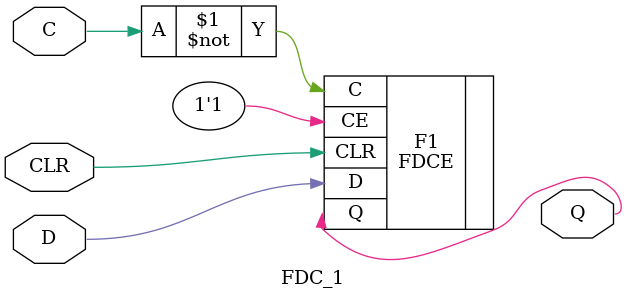
<source format=v>


`timescale  1 ps / 1 ps

module FDC_1 (Q, C, CLR, D);

    parameter [0:0] INIT = 1'b0;

    output Q;

    input  C, CLR, D;

    wire Q;

    FDCE #(.INIT(INIT)) F1 (.Q(Q), .C(~C), .CE(1'b1), .CLR(CLR), .D(D));

endmodule


</source>
